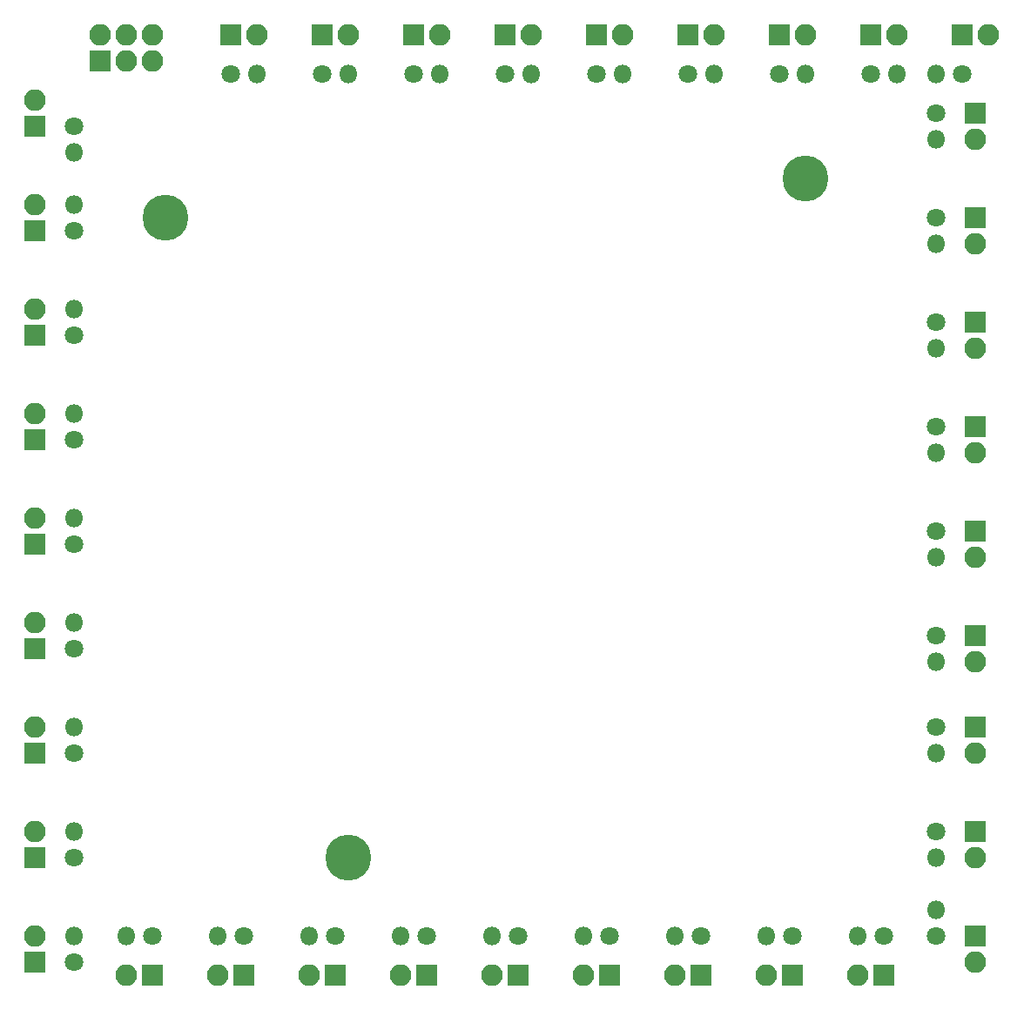
<source format=gbs>
G04 #@! TF.FileFunction,Soldermask,Bot*
%FSLAX46Y46*%
G04 Gerber Fmt 4.6, Leading zero omitted, Abs format (unit mm)*
G04 Created by KiCad (PCBNEW 4.0.6) date 2017 June 23, Friday 17:45:36*
%MOMM*%
%LPD*%
G01*
G04 APERTURE LIST*
%ADD10C,0.200000*%
%ADD11C,1.800000*%
%ADD12O,1.800000X1.800000*%
%ADD13C,4.464000*%
%ADD14R,2.100000X2.100000*%
%ADD15O,2.100000X2.100000*%
G04 APERTURE END LIST*
D10*
D11*
X87630000Y-44450000D03*
D12*
X90170000Y-44450000D03*
D11*
X96520000Y-44450000D03*
D12*
X99060000Y-44450000D03*
D11*
X105410000Y-44450000D03*
D12*
X107950000Y-44450000D03*
D11*
X114300000Y-44450000D03*
D12*
X116840000Y-44450000D03*
D11*
X123190000Y-44450000D03*
D12*
X125730000Y-44450000D03*
D11*
X132080000Y-44450000D03*
D12*
X134620000Y-44450000D03*
D11*
X140970000Y-44450000D03*
D12*
X143510000Y-44450000D03*
D11*
X149860000Y-44450000D03*
D12*
X152400000Y-44450000D03*
D11*
X158750000Y-44450000D03*
D12*
X156210000Y-44450000D03*
D11*
X156210000Y-48260000D03*
D12*
X156210000Y-50800000D03*
D11*
X156210000Y-58420000D03*
D12*
X156210000Y-60960000D03*
D11*
X156210000Y-68580000D03*
D12*
X156210000Y-71120000D03*
D11*
X156210000Y-78740000D03*
D12*
X156210000Y-81280000D03*
D11*
X156210000Y-88900000D03*
D12*
X156210000Y-91440000D03*
D11*
X156210000Y-99060000D03*
D12*
X156210000Y-101600000D03*
D11*
X156210000Y-107950000D03*
D12*
X156210000Y-110490000D03*
D11*
X156210000Y-118110000D03*
D12*
X156210000Y-120650000D03*
D11*
X156210000Y-128270000D03*
D12*
X156210000Y-125730000D03*
D11*
X151130000Y-128270000D03*
D12*
X148590000Y-128270000D03*
D11*
X142240000Y-128270000D03*
D12*
X139700000Y-128270000D03*
D11*
X133350000Y-128270000D03*
D12*
X130810000Y-128270000D03*
D11*
X124460000Y-128270000D03*
D12*
X121920000Y-128270000D03*
D11*
X115570000Y-128270000D03*
D12*
X113030000Y-128270000D03*
D11*
X106680000Y-128270000D03*
D12*
X104140000Y-128270000D03*
D11*
X97790000Y-128270000D03*
D12*
X95250000Y-128270000D03*
D11*
X88900000Y-128270000D03*
D12*
X86360000Y-128270000D03*
D11*
X80010000Y-128270000D03*
D12*
X77470000Y-128270000D03*
D11*
X72390000Y-130810000D03*
D12*
X72390000Y-128270000D03*
D11*
X72390000Y-120650000D03*
D12*
X72390000Y-118110000D03*
D11*
X72390000Y-110490000D03*
D12*
X72390000Y-107950000D03*
D11*
X72390000Y-100330000D03*
D12*
X72390000Y-97790000D03*
D11*
X72390000Y-90170000D03*
D12*
X72390000Y-87630000D03*
D11*
X72390000Y-80010000D03*
D12*
X72390000Y-77470000D03*
D11*
X72390000Y-69850000D03*
D12*
X72390000Y-67310000D03*
D11*
X72390000Y-59690000D03*
D12*
X72390000Y-57150000D03*
D11*
X72390000Y-49530000D03*
D12*
X72390000Y-52070000D03*
D13*
X81280000Y-58420000D03*
X143510000Y-54610000D03*
X99060000Y-120650000D03*
D14*
X68580000Y-120650000D03*
D15*
X68580000Y-118110000D03*
D14*
X87630000Y-40640000D03*
D15*
X90170000Y-40640000D03*
D14*
X96520000Y-40640000D03*
D15*
X99060000Y-40640000D03*
D14*
X105410000Y-40640000D03*
D15*
X107950000Y-40640000D03*
D14*
X114300000Y-40640000D03*
D15*
X116840000Y-40640000D03*
D14*
X123190000Y-40640000D03*
D15*
X125730000Y-40640000D03*
D14*
X132080000Y-40640000D03*
D15*
X134620000Y-40640000D03*
D14*
X140970000Y-40640000D03*
D15*
X143510000Y-40640000D03*
D14*
X149860000Y-40640000D03*
D15*
X152400000Y-40640000D03*
D14*
X158750000Y-40640000D03*
D15*
X161290000Y-40640000D03*
D14*
X160020000Y-48260000D03*
D15*
X160020000Y-50800000D03*
D14*
X160020000Y-58420000D03*
D15*
X160020000Y-60960000D03*
D14*
X160020000Y-68580000D03*
D15*
X160020000Y-71120000D03*
D14*
X160020000Y-78740000D03*
D15*
X160020000Y-81280000D03*
D14*
X160020000Y-88900000D03*
D15*
X160020000Y-91440000D03*
D14*
X160020000Y-99060000D03*
D15*
X160020000Y-101600000D03*
D14*
X160020000Y-107950000D03*
D15*
X160020000Y-110490000D03*
D14*
X160020000Y-118110000D03*
D15*
X160020000Y-120650000D03*
D14*
X160020000Y-128270000D03*
D15*
X160020000Y-130810000D03*
D14*
X151130000Y-132080000D03*
D15*
X148590000Y-132080000D03*
D14*
X142240000Y-132080000D03*
D15*
X139700000Y-132080000D03*
D14*
X133350000Y-132080000D03*
D15*
X130810000Y-132080000D03*
D14*
X124460000Y-132080000D03*
D15*
X121920000Y-132080000D03*
D14*
X115570000Y-132080000D03*
D15*
X113030000Y-132080000D03*
D14*
X106680000Y-132080000D03*
D15*
X104140000Y-132080000D03*
D14*
X97790000Y-132080000D03*
D15*
X95250000Y-132080000D03*
D14*
X88900000Y-132080000D03*
D15*
X86360000Y-132080000D03*
D14*
X80010000Y-132080000D03*
D15*
X77470000Y-132080000D03*
D14*
X68580000Y-130810000D03*
D15*
X68580000Y-128270000D03*
D14*
X68580000Y-110490000D03*
D15*
X68580000Y-107950000D03*
D14*
X68580000Y-100330000D03*
D15*
X68580000Y-97790000D03*
D14*
X68580000Y-90170000D03*
D15*
X68580000Y-87630000D03*
D14*
X68580000Y-80010000D03*
D15*
X68580000Y-77470000D03*
D14*
X68580000Y-69850000D03*
D15*
X68580000Y-67310000D03*
D14*
X68580000Y-59690000D03*
D15*
X68580000Y-57150000D03*
D14*
X68580000Y-49530000D03*
D15*
X68580000Y-46990000D03*
D14*
X74930000Y-43180000D03*
D15*
X74930000Y-40640000D03*
X77470000Y-43180000D03*
X77470000Y-40640000D03*
X80010000Y-43180000D03*
X80010000Y-40640000D03*
M02*

</source>
